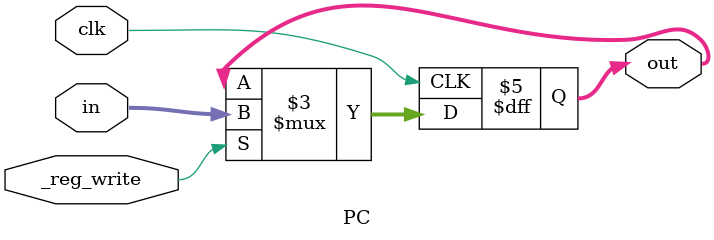
<source format=v>
module PC(
	input [9:0] in,
	output reg [9:0] out,
	input _reg_write,
	input clk
	);

	initial
	begin
		out <= 10'b0;
	end

	always @ (posedge clk)
	begin
		if (_reg_write)
		  out <= in;
	end
endmodule

</source>
